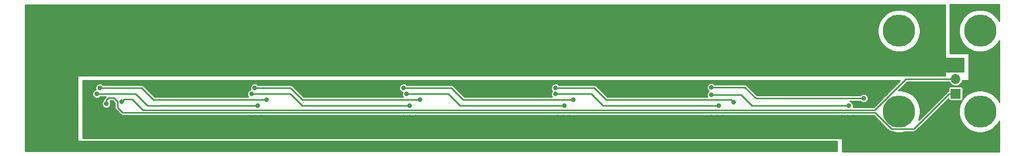
<source format=gbr>
G04 #@! TF.GenerationSoftware,KiCad,Pcbnew,(5.1.4)-1*
G04 #@! TF.CreationDate,2019-11-18T15:59:16-05:00*
G04 #@! TF.ProjectId,teh,7465682e-6b69-4636-9164-5f7063625858,rev?*
G04 #@! TF.SameCoordinates,Original*
G04 #@! TF.FileFunction,Copper,L2,Bot*
G04 #@! TF.FilePolarity,Positive*
%FSLAX46Y46*%
G04 Gerber Fmt 4.6, Leading zero omitted, Abs format (unit mm)*
G04 Created by KiCad (PCBNEW (5.1.4)-1) date 2019-11-18 15:59:16*
%MOMM*%
%LPD*%
G04 APERTURE LIST*
%ADD10C,0.800000*%
%ADD11C,5.500000*%
%ADD12R,1.700000X1.700000*%
%ADD13O,1.700000X1.700000*%
%ADD14C,0.250000*%
%ADD15C,0.254000*%
G04 APERTURE END LIST*
D10*
X231152700Y-57841000D03*
X232168700Y-57841000D03*
X233184700Y-57841000D03*
X231152700Y-58857000D03*
X232168700Y-58857000D03*
X233184700Y-58857000D03*
X231152700Y-59873000D03*
X232168700Y-59873000D03*
X233184700Y-59873000D03*
X231152700Y-60889000D03*
X232168700Y-60889000D03*
X233184700Y-60889000D03*
X208938000Y-57841000D03*
X209954000Y-57841000D03*
X210970000Y-57841000D03*
X208938000Y-58857000D03*
X209954000Y-58857000D03*
X210970000Y-58857000D03*
X208938000Y-59873000D03*
X209954000Y-59873000D03*
X210970000Y-59873000D03*
X208938000Y-60889000D03*
X209954000Y-60889000D03*
X210970000Y-60889000D03*
X182672000Y-57841000D03*
X183688000Y-57841000D03*
X184704000Y-57841000D03*
X182672000Y-58857000D03*
X183688000Y-58857000D03*
X184704000Y-58857000D03*
X182672000Y-59873000D03*
X183688000Y-59873000D03*
X184704000Y-59873000D03*
X182672000Y-60889000D03*
X183688000Y-60889000D03*
X184704000Y-60889000D03*
X156406000Y-57841000D03*
X157422000Y-57841000D03*
X158438000Y-57841000D03*
X156406000Y-58857000D03*
X157422000Y-58857000D03*
X158438000Y-58857000D03*
X156406000Y-59873000D03*
X157422000Y-59873000D03*
X158438000Y-59873000D03*
X156406000Y-60889000D03*
X157422000Y-60889000D03*
X158438000Y-60889000D03*
X103874000Y-57841000D03*
X104890000Y-57841000D03*
X105906000Y-57841000D03*
X103874000Y-58857000D03*
X104890000Y-58857000D03*
X105906000Y-58857000D03*
X103874000Y-59873000D03*
X104890000Y-59873000D03*
X105906000Y-59873000D03*
X103874000Y-60889000D03*
X104890000Y-60889000D03*
X105906000Y-60889000D03*
X130140000Y-57841000D03*
X131156000Y-57841000D03*
X132172000Y-57841000D03*
X130140000Y-58857000D03*
X131156000Y-58857000D03*
X132172000Y-58857000D03*
X130140000Y-59873000D03*
X131156000Y-59873000D03*
X132172000Y-59873000D03*
X130140000Y-60889000D03*
X131156000Y-60889000D03*
X132172000Y-60889000D03*
D11*
X254787400Y-43027600D03*
X240957100Y-43027600D03*
X240957100Y-56857900D03*
X254787400Y-56857900D03*
D12*
X250596400Y-53797200D03*
D13*
X250596400Y-51257200D03*
X250596400Y-48717200D03*
X250596400Y-46177200D03*
D10*
X105750000Y-55500000D03*
X108383356Y-55192644D03*
X224028000Y-58928000D03*
X221488000Y-58928000D03*
X218694000Y-58928000D03*
X200914000Y-59182000D03*
X197612000Y-59182000D03*
X193040000Y-59182000D03*
X173990000Y-59436000D03*
X170942000Y-59944000D03*
X168148000Y-59436000D03*
X147828000Y-59182000D03*
X144018000Y-59436000D03*
X141986000Y-58928000D03*
X120142000Y-59182000D03*
X115824000Y-58928000D03*
X117856000Y-59944000D03*
X247396000Y-59690000D03*
X248412000Y-58674000D03*
X251206000Y-59436000D03*
X131572000Y-55880000D03*
X104140000Y-53848000D03*
X133096000Y-54864000D03*
X104648000Y-52832000D03*
X159271000Y-54864000D03*
X131064000Y-52832000D03*
X157480000Y-55880000D03*
X130556000Y-53848000D03*
X185420000Y-54864000D03*
X156464000Y-52832000D03*
X183896000Y-55880000D03*
X156972000Y-53848000D03*
X210185000Y-55880000D03*
X182372000Y-53848000D03*
X212725000Y-55245000D03*
X182372000Y-52832000D03*
X208915000Y-53975000D03*
X232410000Y-55880000D03*
X234950000Y-54610000D03*
X208915000Y-52705000D03*
X128206000Y-62290000D03*
X154472000Y-62290000D03*
X180738000Y-62290000D03*
X101940000Y-62290000D03*
X207004000Y-62290000D03*
X95885000Y-45720000D03*
X120650000Y-45720000D03*
X141605000Y-45720000D03*
X106680000Y-46355000D03*
X152400000Y-46355000D03*
X163195000Y-46990000D03*
X181610000Y-45085000D03*
X193040000Y-44450000D03*
X195580000Y-45720000D03*
X212090000Y-46990000D03*
X224790000Y-45720000D03*
X233680000Y-45720000D03*
X239395000Y-46990000D03*
X202565000Y-47625000D03*
X177800000Y-48895000D03*
X168910000Y-48260000D03*
X157480000Y-48895000D03*
X138430000Y-48260000D03*
X127635000Y-46990000D03*
X132715000Y-48895000D03*
X116205000Y-48895000D03*
X102870000Y-48260000D03*
X92710000Y-48260000D03*
X229218700Y-62290000D03*
D14*
X239664901Y-59832901D02*
X236887011Y-57055011D01*
X243460699Y-59832901D02*
X239664901Y-59832901D01*
X250596400Y-53797200D02*
X249496400Y-53797200D01*
X249496400Y-53797200D02*
X243460699Y-59832901D01*
X236887011Y-57055011D02*
X109172721Y-57055011D01*
X105750000Y-54934315D02*
X106184315Y-54500000D01*
X105750000Y-55500000D02*
X105750000Y-54934315D01*
X106184315Y-54500000D02*
X107000000Y-54500000D01*
X107658355Y-55158355D02*
X107658355Y-56158355D01*
X107000000Y-54500000D02*
X107658355Y-55158355D01*
X108555011Y-57055011D02*
X109172721Y-57055011D01*
X107658355Y-56158355D02*
X108555011Y-57055011D01*
X108783355Y-54792645D02*
X110164645Y-54792645D01*
X108383356Y-55192644D02*
X108783355Y-54792645D01*
X249394319Y-51257200D02*
X250596400Y-51257200D01*
X242154798Y-51257200D02*
X249394319Y-51257200D01*
X236806997Y-56605001D02*
X242154798Y-51257200D01*
X111977001Y-56605001D02*
X236806997Y-56605001D01*
X110164645Y-54792645D02*
X111977001Y-56605001D01*
X131572000Y-55880000D02*
X112776000Y-55880000D01*
X112776000Y-55880000D02*
X110744000Y-53848000D01*
X110744000Y-53848000D02*
X104140000Y-53848000D01*
X104648000Y-52832000D02*
X111760000Y-52832000D01*
X113792000Y-54864000D02*
X133096000Y-54864000D01*
X111760000Y-52832000D02*
X113792000Y-54864000D01*
X131064000Y-52832000D02*
X137160000Y-52832000D01*
X139192000Y-54864000D02*
X159271000Y-54864000D01*
X137160000Y-52832000D02*
X139192000Y-54864000D01*
X157480000Y-55880000D02*
X139192000Y-55880000D01*
X139192000Y-55880000D02*
X137160000Y-53848000D01*
X137160000Y-53848000D02*
X130556000Y-53848000D01*
X156464000Y-52832000D02*
X164592000Y-52832000D01*
X166624000Y-54864000D02*
X185420000Y-54864000D01*
X164592000Y-52832000D02*
X166624000Y-54864000D01*
X183896000Y-55880000D02*
X166116000Y-55880000D01*
X166116000Y-55880000D02*
X164084000Y-53848000D01*
X164084000Y-53848000D02*
X156972000Y-53848000D01*
X182372000Y-53848000D02*
X188468000Y-53848000D01*
X190500000Y-55880000D02*
X210185000Y-55880000D01*
X188468000Y-53848000D02*
X190500000Y-55880000D01*
X182372000Y-52832000D02*
X188976000Y-52832000D01*
X212325001Y-54845001D02*
X212725000Y-55245000D01*
X190989001Y-54845001D02*
X212325001Y-54845001D01*
X188976000Y-52832000D02*
X190989001Y-54845001D01*
X232410000Y-55880000D02*
X215900000Y-55880000D01*
X213995000Y-53975000D02*
X208915000Y-53975000D01*
X215900000Y-55880000D02*
X213995000Y-53975000D01*
X208915000Y-52705000D02*
X214630000Y-52705000D01*
X216535000Y-54610000D02*
X234950000Y-54610000D01*
X214630000Y-52705000D02*
X216535000Y-54610000D01*
D15*
G36*
X258043000Y-41409505D02*
G01*
X258001606Y-41309571D01*
X257604675Y-40715522D01*
X257099478Y-40210325D01*
X256505429Y-39813394D01*
X255845357Y-39539983D01*
X255144628Y-39400600D01*
X254430172Y-39400600D01*
X253729443Y-39539983D01*
X253069371Y-39813394D01*
X252475322Y-40210325D01*
X251970125Y-40715522D01*
X251573194Y-41309571D01*
X251299783Y-41969643D01*
X251160400Y-42670372D01*
X251160400Y-43384828D01*
X251299783Y-44085557D01*
X251573194Y-44745629D01*
X251970125Y-45339678D01*
X252475322Y-45844875D01*
X253069371Y-46241806D01*
X253729443Y-46515217D01*
X254430172Y-46654600D01*
X255144628Y-46654600D01*
X255845357Y-46515217D01*
X256505429Y-46241806D01*
X257099478Y-45844875D01*
X257604675Y-45339678D01*
X258001606Y-44745629D01*
X258043000Y-44645695D01*
X258043001Y-55239806D01*
X258001606Y-55139871D01*
X257604675Y-54545822D01*
X257099478Y-54040625D01*
X256505429Y-53643694D01*
X255845357Y-53370283D01*
X255144628Y-53230900D01*
X254430172Y-53230900D01*
X253729443Y-53370283D01*
X253069371Y-53643694D01*
X252475322Y-54040625D01*
X251970125Y-54545822D01*
X251573194Y-55139871D01*
X251299783Y-55799943D01*
X251160400Y-56500672D01*
X251160400Y-57215128D01*
X251299783Y-57915857D01*
X251573194Y-58575929D01*
X251970125Y-59169978D01*
X252475322Y-59675175D01*
X253069371Y-60072106D01*
X253729443Y-60345517D01*
X254430172Y-60484900D01*
X255144628Y-60484900D01*
X255845357Y-60345517D01*
X256505429Y-60072106D01*
X257099478Y-59675175D01*
X257604675Y-59169978D01*
X258001606Y-58575929D01*
X258043001Y-58475993D01*
X258043001Y-63733000D01*
X231267000Y-63733000D01*
X231267000Y-61595000D01*
X231264560Y-61570224D01*
X231257333Y-61546399D01*
X231245597Y-61524443D01*
X231229803Y-61505197D01*
X231210557Y-61489403D01*
X231188601Y-61477667D01*
X231164776Y-61470440D01*
X231140000Y-61468000D01*
X101727000Y-61468000D01*
X101727000Y-51562000D01*
X241140062Y-51562000D01*
X238694495Y-54007568D01*
X238645022Y-54040625D01*
X238139825Y-54545822D01*
X238106768Y-54595296D01*
X236599063Y-56103001D01*
X233157865Y-56103001D01*
X233187000Y-55956528D01*
X233187000Y-55803472D01*
X233157141Y-55653357D01*
X233098569Y-55511952D01*
X233013536Y-55384691D01*
X232905309Y-55276464D01*
X232778048Y-55191431D01*
X232636643Y-55132859D01*
X232531775Y-55112000D01*
X234353155Y-55112000D01*
X234454691Y-55213536D01*
X234581952Y-55298569D01*
X234723357Y-55357141D01*
X234873472Y-55387000D01*
X235026528Y-55387000D01*
X235176643Y-55357141D01*
X235318048Y-55298569D01*
X235445309Y-55213536D01*
X235553536Y-55105309D01*
X235638569Y-54978048D01*
X235697141Y-54836643D01*
X235727000Y-54686528D01*
X235727000Y-54533472D01*
X235697141Y-54383357D01*
X235638569Y-54241952D01*
X235553536Y-54114691D01*
X235445309Y-54006464D01*
X235318048Y-53921431D01*
X235176643Y-53862859D01*
X235026528Y-53833000D01*
X234873472Y-53833000D01*
X234723357Y-53862859D01*
X234581952Y-53921431D01*
X234454691Y-54006464D01*
X234353155Y-54108000D01*
X216742936Y-54108000D01*
X215002401Y-52367467D01*
X214986684Y-52348316D01*
X214910245Y-52285583D01*
X214823036Y-52238969D01*
X214728409Y-52210264D01*
X214654653Y-52203000D01*
X214654643Y-52203000D01*
X214630000Y-52200573D01*
X214605357Y-52203000D01*
X209511845Y-52203000D01*
X209410309Y-52101464D01*
X209283048Y-52016431D01*
X209141643Y-51957859D01*
X208991528Y-51928000D01*
X208838472Y-51928000D01*
X208688357Y-51957859D01*
X208546952Y-52016431D01*
X208419691Y-52101464D01*
X208311464Y-52209691D01*
X208226431Y-52336952D01*
X208167859Y-52478357D01*
X208138000Y-52628472D01*
X208138000Y-52781528D01*
X208167859Y-52931643D01*
X208226431Y-53073048D01*
X208311464Y-53200309D01*
X208419691Y-53308536D01*
X208466780Y-53340000D01*
X208419691Y-53371464D01*
X208311464Y-53479691D01*
X208226431Y-53606952D01*
X208167859Y-53748357D01*
X208138000Y-53898472D01*
X208138000Y-54051528D01*
X208167859Y-54201643D01*
X208226412Y-54343001D01*
X191196936Y-54343001D01*
X189348401Y-52494467D01*
X189332684Y-52475316D01*
X189256245Y-52412583D01*
X189169036Y-52365969D01*
X189074409Y-52337264D01*
X189000653Y-52330000D01*
X189000643Y-52330000D01*
X188976000Y-52327573D01*
X188951357Y-52330000D01*
X182968845Y-52330000D01*
X182867309Y-52228464D01*
X182740048Y-52143431D01*
X182598643Y-52084859D01*
X182448528Y-52055000D01*
X182295472Y-52055000D01*
X182145357Y-52084859D01*
X182003952Y-52143431D01*
X181876691Y-52228464D01*
X181768464Y-52336691D01*
X181683431Y-52463952D01*
X181624859Y-52605357D01*
X181595000Y-52755472D01*
X181595000Y-52908528D01*
X181624859Y-53058643D01*
X181683431Y-53200048D01*
X181768464Y-53327309D01*
X181781155Y-53340000D01*
X181768464Y-53352691D01*
X181683431Y-53479952D01*
X181624859Y-53621357D01*
X181595000Y-53771472D01*
X181595000Y-53924528D01*
X181624859Y-54074643D01*
X181683431Y-54216048D01*
X181768464Y-54343309D01*
X181787155Y-54362000D01*
X166831935Y-54362000D01*
X164964402Y-52494467D01*
X164948684Y-52475316D01*
X164872245Y-52412583D01*
X164785036Y-52365969D01*
X164690409Y-52337264D01*
X164616653Y-52330000D01*
X164616643Y-52330000D01*
X164592000Y-52327573D01*
X164567357Y-52330000D01*
X157060845Y-52330000D01*
X156959309Y-52228464D01*
X156832048Y-52143431D01*
X156690643Y-52084859D01*
X156540528Y-52055000D01*
X156387472Y-52055000D01*
X156237357Y-52084859D01*
X156095952Y-52143431D01*
X155968691Y-52228464D01*
X155860464Y-52336691D01*
X155775431Y-52463952D01*
X155716859Y-52605357D01*
X155687000Y-52755472D01*
X155687000Y-52908528D01*
X155716859Y-53058643D01*
X155775431Y-53200048D01*
X155860464Y-53327309D01*
X155968691Y-53435536D01*
X156095952Y-53520569D01*
X156237357Y-53579141D01*
X156241966Y-53580058D01*
X156224859Y-53621357D01*
X156195000Y-53771472D01*
X156195000Y-53924528D01*
X156224859Y-54074643D01*
X156283431Y-54216048D01*
X156368464Y-54343309D01*
X156387155Y-54362000D01*
X139399935Y-54362000D01*
X137532402Y-52494467D01*
X137516684Y-52475316D01*
X137440245Y-52412583D01*
X137353036Y-52365969D01*
X137258409Y-52337264D01*
X137184653Y-52330000D01*
X137184643Y-52330000D01*
X137160000Y-52327573D01*
X137135357Y-52330000D01*
X131660845Y-52330000D01*
X131559309Y-52228464D01*
X131432048Y-52143431D01*
X131290643Y-52084859D01*
X131140528Y-52055000D01*
X130987472Y-52055000D01*
X130837357Y-52084859D01*
X130695952Y-52143431D01*
X130568691Y-52228464D01*
X130460464Y-52336691D01*
X130375431Y-52463952D01*
X130316859Y-52605357D01*
X130287000Y-52755472D01*
X130287000Y-52908528D01*
X130316859Y-53058643D01*
X130333966Y-53099942D01*
X130329357Y-53100859D01*
X130187952Y-53159431D01*
X130060691Y-53244464D01*
X129952464Y-53352691D01*
X129867431Y-53479952D01*
X129808859Y-53621357D01*
X129779000Y-53771472D01*
X129779000Y-53924528D01*
X129808859Y-54074643D01*
X129867431Y-54216048D01*
X129952464Y-54343309D01*
X129971155Y-54362000D01*
X113999935Y-54362000D01*
X112132402Y-52494467D01*
X112116684Y-52475316D01*
X112040245Y-52412583D01*
X111953036Y-52365969D01*
X111858409Y-52337264D01*
X111784653Y-52330000D01*
X111784643Y-52330000D01*
X111760000Y-52327573D01*
X111735357Y-52330000D01*
X105244845Y-52330000D01*
X105143309Y-52228464D01*
X105016048Y-52143431D01*
X104874643Y-52084859D01*
X104724528Y-52055000D01*
X104571472Y-52055000D01*
X104421357Y-52084859D01*
X104279952Y-52143431D01*
X104152691Y-52228464D01*
X104044464Y-52336691D01*
X103959431Y-52463952D01*
X103900859Y-52605357D01*
X103871000Y-52755472D01*
X103871000Y-52908528D01*
X103900859Y-53058643D01*
X103917966Y-53099942D01*
X103913357Y-53100859D01*
X103771952Y-53159431D01*
X103644691Y-53244464D01*
X103536464Y-53352691D01*
X103451431Y-53479952D01*
X103392859Y-53621357D01*
X103363000Y-53771472D01*
X103363000Y-53924528D01*
X103392859Y-54074643D01*
X103451431Y-54216048D01*
X103536464Y-54343309D01*
X103644691Y-54451536D01*
X103771952Y-54536569D01*
X103913357Y-54595141D01*
X104063472Y-54625000D01*
X104216528Y-54625000D01*
X104366643Y-54595141D01*
X104508048Y-54536569D01*
X104635309Y-54451536D01*
X104736845Y-54350000D01*
X105624380Y-54350000D01*
X105412463Y-54561918D01*
X105393317Y-54577631D01*
X105377604Y-54596777D01*
X105377601Y-54596780D01*
X105330584Y-54654070D01*
X105283970Y-54741279D01*
X105255265Y-54835906D01*
X105248712Y-54902443D01*
X105146464Y-55004691D01*
X105061431Y-55131952D01*
X105002859Y-55273357D01*
X104973000Y-55423472D01*
X104973000Y-55576528D01*
X105002859Y-55726643D01*
X105061431Y-55868048D01*
X105146464Y-55995309D01*
X105254691Y-56103536D01*
X105381952Y-56188569D01*
X105523357Y-56247141D01*
X105673472Y-56277000D01*
X105826528Y-56277000D01*
X105976643Y-56247141D01*
X106118048Y-56188569D01*
X106245309Y-56103536D01*
X106353536Y-55995309D01*
X106438569Y-55868048D01*
X106497141Y-55726643D01*
X106527000Y-55576528D01*
X106527000Y-55423472D01*
X106497141Y-55273357D01*
X106438569Y-55131952D01*
X106367965Y-55026285D01*
X106392250Y-55002000D01*
X106792066Y-55002000D01*
X107156355Y-55366290D01*
X107156356Y-56133702D01*
X107153928Y-56158355D01*
X107163620Y-56256764D01*
X107192325Y-56351391D01*
X107238939Y-56438600D01*
X107285956Y-56495890D01*
X107285959Y-56495893D01*
X107301672Y-56515039D01*
X107320818Y-56530752D01*
X108182614Y-57392549D01*
X108198327Y-57411695D01*
X108274766Y-57474428D01*
X108361975Y-57521042D01*
X108456602Y-57549747D01*
X108530358Y-57557011D01*
X108530367Y-57557011D01*
X108555010Y-57559438D01*
X108579653Y-57557011D01*
X236679077Y-57557011D01*
X237833308Y-58711243D01*
X238139825Y-59169978D01*
X238645022Y-59675175D01*
X239103755Y-59981690D01*
X239292508Y-60170444D01*
X239308217Y-60189585D01*
X239327357Y-60205293D01*
X239327365Y-60205301D01*
X239384655Y-60252318D01*
X239431269Y-60277233D01*
X239471865Y-60298932D01*
X239566492Y-60327637D01*
X239640248Y-60334901D01*
X239640258Y-60334901D01*
X239664901Y-60337328D01*
X239689544Y-60334901D01*
X239873514Y-60334901D01*
X239899143Y-60345517D01*
X240599872Y-60484900D01*
X241314328Y-60484900D01*
X242015057Y-60345517D01*
X242040686Y-60334901D01*
X243436056Y-60334901D01*
X243460699Y-60337328D01*
X243485342Y-60334901D01*
X243485352Y-60334901D01*
X243559108Y-60327637D01*
X243653735Y-60298932D01*
X243740944Y-60252318D01*
X243817383Y-60189585D01*
X243833101Y-60170433D01*
X249367576Y-54635959D01*
X249367576Y-54647200D01*
X249374855Y-54721105D01*
X249396412Y-54792170D01*
X249431419Y-54857663D01*
X249478531Y-54915069D01*
X249535937Y-54962181D01*
X249601430Y-54997188D01*
X249672495Y-55018745D01*
X249746400Y-55026024D01*
X251446400Y-55026024D01*
X251520305Y-55018745D01*
X251591370Y-54997188D01*
X251656863Y-54962181D01*
X251714269Y-54915069D01*
X251761381Y-54857663D01*
X251796388Y-54792170D01*
X251817945Y-54721105D01*
X251825224Y-54647200D01*
X251825224Y-52947200D01*
X251817945Y-52873295D01*
X251796388Y-52802230D01*
X251761381Y-52736737D01*
X251714269Y-52679331D01*
X251656863Y-52632219D01*
X251591370Y-52597212D01*
X251520305Y-52575655D01*
X251446400Y-52568376D01*
X249746400Y-52568376D01*
X249672495Y-52575655D01*
X249601430Y-52597212D01*
X249535937Y-52632219D01*
X249478531Y-52679331D01*
X249431419Y-52736737D01*
X249396412Y-52802230D01*
X249374855Y-52873295D01*
X249367576Y-52947200D01*
X249367576Y-53311690D01*
X249303364Y-53331169D01*
X249216155Y-53377783D01*
X249139716Y-53440516D01*
X249124003Y-53459662D01*
X244286967Y-58296699D01*
X244444717Y-57915857D01*
X244584100Y-57215128D01*
X244584100Y-56500672D01*
X244444717Y-55799943D01*
X244171306Y-55139871D01*
X243774375Y-54545822D01*
X243269178Y-54040625D01*
X242675129Y-53643694D01*
X242015057Y-53370283D01*
X241314328Y-53230900D01*
X240891033Y-53230900D01*
X242362734Y-51759200D01*
X249473445Y-51759200D01*
X249571251Y-51942183D01*
X249724583Y-52129017D01*
X249911417Y-52282349D01*
X250124576Y-52396284D01*
X250355866Y-52466445D01*
X250536132Y-52484200D01*
X250656668Y-52484200D01*
X250836934Y-52466445D01*
X251068224Y-52396284D01*
X251281383Y-52282349D01*
X251468217Y-52129017D01*
X251621549Y-51942183D01*
X251735484Y-51729024D01*
X251786150Y-51562000D01*
X252730000Y-51562000D01*
X252754776Y-51559560D01*
X252778601Y-51552333D01*
X252800557Y-51540597D01*
X252819803Y-51524803D01*
X252835597Y-51505557D01*
X252847333Y-51483601D01*
X252854560Y-51459776D01*
X252857000Y-51435000D01*
X252857000Y-46990000D01*
X252854560Y-46965224D01*
X252847333Y-46941399D01*
X252835597Y-46919443D01*
X252819803Y-46900197D01*
X252800557Y-46884403D01*
X252778601Y-46872667D01*
X252754776Y-46865440D01*
X252730000Y-46863000D01*
X249682000Y-46863000D01*
X249682000Y-38502000D01*
X258043000Y-38502000D01*
X258043000Y-41409505D01*
X258043000Y-41409505D01*
G37*
X258043000Y-41409505D02*
X258001606Y-41309571D01*
X257604675Y-40715522D01*
X257099478Y-40210325D01*
X256505429Y-39813394D01*
X255845357Y-39539983D01*
X255144628Y-39400600D01*
X254430172Y-39400600D01*
X253729443Y-39539983D01*
X253069371Y-39813394D01*
X252475322Y-40210325D01*
X251970125Y-40715522D01*
X251573194Y-41309571D01*
X251299783Y-41969643D01*
X251160400Y-42670372D01*
X251160400Y-43384828D01*
X251299783Y-44085557D01*
X251573194Y-44745629D01*
X251970125Y-45339678D01*
X252475322Y-45844875D01*
X253069371Y-46241806D01*
X253729443Y-46515217D01*
X254430172Y-46654600D01*
X255144628Y-46654600D01*
X255845357Y-46515217D01*
X256505429Y-46241806D01*
X257099478Y-45844875D01*
X257604675Y-45339678D01*
X258001606Y-44745629D01*
X258043000Y-44645695D01*
X258043001Y-55239806D01*
X258001606Y-55139871D01*
X257604675Y-54545822D01*
X257099478Y-54040625D01*
X256505429Y-53643694D01*
X255845357Y-53370283D01*
X255144628Y-53230900D01*
X254430172Y-53230900D01*
X253729443Y-53370283D01*
X253069371Y-53643694D01*
X252475322Y-54040625D01*
X251970125Y-54545822D01*
X251573194Y-55139871D01*
X251299783Y-55799943D01*
X251160400Y-56500672D01*
X251160400Y-57215128D01*
X251299783Y-57915857D01*
X251573194Y-58575929D01*
X251970125Y-59169978D01*
X252475322Y-59675175D01*
X253069371Y-60072106D01*
X253729443Y-60345517D01*
X254430172Y-60484900D01*
X255144628Y-60484900D01*
X255845357Y-60345517D01*
X256505429Y-60072106D01*
X257099478Y-59675175D01*
X257604675Y-59169978D01*
X258001606Y-58575929D01*
X258043001Y-58475993D01*
X258043001Y-63733000D01*
X231267000Y-63733000D01*
X231267000Y-61595000D01*
X231264560Y-61570224D01*
X231257333Y-61546399D01*
X231245597Y-61524443D01*
X231229803Y-61505197D01*
X231210557Y-61489403D01*
X231188601Y-61477667D01*
X231164776Y-61470440D01*
X231140000Y-61468000D01*
X101727000Y-61468000D01*
X101727000Y-51562000D01*
X241140062Y-51562000D01*
X238694495Y-54007568D01*
X238645022Y-54040625D01*
X238139825Y-54545822D01*
X238106768Y-54595296D01*
X236599063Y-56103001D01*
X233157865Y-56103001D01*
X233187000Y-55956528D01*
X233187000Y-55803472D01*
X233157141Y-55653357D01*
X233098569Y-55511952D01*
X233013536Y-55384691D01*
X232905309Y-55276464D01*
X232778048Y-55191431D01*
X232636643Y-55132859D01*
X232531775Y-55112000D01*
X234353155Y-55112000D01*
X234454691Y-55213536D01*
X234581952Y-55298569D01*
X234723357Y-55357141D01*
X234873472Y-55387000D01*
X235026528Y-55387000D01*
X235176643Y-55357141D01*
X235318048Y-55298569D01*
X235445309Y-55213536D01*
X235553536Y-55105309D01*
X235638569Y-54978048D01*
X235697141Y-54836643D01*
X235727000Y-54686528D01*
X235727000Y-54533472D01*
X235697141Y-54383357D01*
X235638569Y-54241952D01*
X235553536Y-54114691D01*
X235445309Y-54006464D01*
X235318048Y-53921431D01*
X235176643Y-53862859D01*
X235026528Y-53833000D01*
X234873472Y-53833000D01*
X234723357Y-53862859D01*
X234581952Y-53921431D01*
X234454691Y-54006464D01*
X234353155Y-54108000D01*
X216742936Y-54108000D01*
X215002401Y-52367467D01*
X214986684Y-52348316D01*
X214910245Y-52285583D01*
X214823036Y-52238969D01*
X214728409Y-52210264D01*
X214654653Y-52203000D01*
X214654643Y-52203000D01*
X214630000Y-52200573D01*
X214605357Y-52203000D01*
X209511845Y-52203000D01*
X209410309Y-52101464D01*
X209283048Y-52016431D01*
X209141643Y-51957859D01*
X208991528Y-51928000D01*
X208838472Y-51928000D01*
X208688357Y-51957859D01*
X208546952Y-52016431D01*
X208419691Y-52101464D01*
X208311464Y-52209691D01*
X208226431Y-52336952D01*
X208167859Y-52478357D01*
X208138000Y-52628472D01*
X208138000Y-52781528D01*
X208167859Y-52931643D01*
X208226431Y-53073048D01*
X208311464Y-53200309D01*
X208419691Y-53308536D01*
X208466780Y-53340000D01*
X208419691Y-53371464D01*
X208311464Y-53479691D01*
X208226431Y-53606952D01*
X208167859Y-53748357D01*
X208138000Y-53898472D01*
X208138000Y-54051528D01*
X208167859Y-54201643D01*
X208226412Y-54343001D01*
X191196936Y-54343001D01*
X189348401Y-52494467D01*
X189332684Y-52475316D01*
X189256245Y-52412583D01*
X189169036Y-52365969D01*
X189074409Y-52337264D01*
X189000653Y-52330000D01*
X189000643Y-52330000D01*
X188976000Y-52327573D01*
X188951357Y-52330000D01*
X182968845Y-52330000D01*
X182867309Y-52228464D01*
X182740048Y-52143431D01*
X182598643Y-52084859D01*
X182448528Y-52055000D01*
X182295472Y-52055000D01*
X182145357Y-52084859D01*
X182003952Y-52143431D01*
X181876691Y-52228464D01*
X181768464Y-52336691D01*
X181683431Y-52463952D01*
X181624859Y-52605357D01*
X181595000Y-52755472D01*
X181595000Y-52908528D01*
X181624859Y-53058643D01*
X181683431Y-53200048D01*
X181768464Y-53327309D01*
X181781155Y-53340000D01*
X181768464Y-53352691D01*
X181683431Y-53479952D01*
X181624859Y-53621357D01*
X181595000Y-53771472D01*
X181595000Y-53924528D01*
X181624859Y-54074643D01*
X181683431Y-54216048D01*
X181768464Y-54343309D01*
X181787155Y-54362000D01*
X166831935Y-54362000D01*
X164964402Y-52494467D01*
X164948684Y-52475316D01*
X164872245Y-52412583D01*
X164785036Y-52365969D01*
X164690409Y-52337264D01*
X164616653Y-52330000D01*
X164616643Y-52330000D01*
X164592000Y-52327573D01*
X164567357Y-52330000D01*
X157060845Y-52330000D01*
X156959309Y-52228464D01*
X156832048Y-52143431D01*
X156690643Y-52084859D01*
X156540528Y-52055000D01*
X156387472Y-52055000D01*
X156237357Y-52084859D01*
X156095952Y-52143431D01*
X155968691Y-52228464D01*
X155860464Y-52336691D01*
X155775431Y-52463952D01*
X155716859Y-52605357D01*
X155687000Y-52755472D01*
X155687000Y-52908528D01*
X155716859Y-53058643D01*
X155775431Y-53200048D01*
X155860464Y-53327309D01*
X155968691Y-53435536D01*
X156095952Y-53520569D01*
X156237357Y-53579141D01*
X156241966Y-53580058D01*
X156224859Y-53621357D01*
X156195000Y-53771472D01*
X156195000Y-53924528D01*
X156224859Y-54074643D01*
X156283431Y-54216048D01*
X156368464Y-54343309D01*
X156387155Y-54362000D01*
X139399935Y-54362000D01*
X137532402Y-52494467D01*
X137516684Y-52475316D01*
X137440245Y-52412583D01*
X137353036Y-52365969D01*
X137258409Y-52337264D01*
X137184653Y-52330000D01*
X137184643Y-52330000D01*
X137160000Y-52327573D01*
X137135357Y-52330000D01*
X131660845Y-52330000D01*
X131559309Y-52228464D01*
X131432048Y-52143431D01*
X131290643Y-52084859D01*
X131140528Y-52055000D01*
X130987472Y-52055000D01*
X130837357Y-52084859D01*
X130695952Y-52143431D01*
X130568691Y-52228464D01*
X130460464Y-52336691D01*
X130375431Y-52463952D01*
X130316859Y-52605357D01*
X130287000Y-52755472D01*
X130287000Y-52908528D01*
X130316859Y-53058643D01*
X130333966Y-53099942D01*
X130329357Y-53100859D01*
X130187952Y-53159431D01*
X130060691Y-53244464D01*
X129952464Y-53352691D01*
X129867431Y-53479952D01*
X129808859Y-53621357D01*
X129779000Y-53771472D01*
X129779000Y-53924528D01*
X129808859Y-54074643D01*
X129867431Y-54216048D01*
X129952464Y-54343309D01*
X129971155Y-54362000D01*
X113999935Y-54362000D01*
X112132402Y-52494467D01*
X112116684Y-52475316D01*
X112040245Y-52412583D01*
X111953036Y-52365969D01*
X111858409Y-52337264D01*
X111784653Y-52330000D01*
X111784643Y-52330000D01*
X111760000Y-52327573D01*
X111735357Y-52330000D01*
X105244845Y-52330000D01*
X105143309Y-52228464D01*
X105016048Y-52143431D01*
X104874643Y-52084859D01*
X104724528Y-52055000D01*
X104571472Y-52055000D01*
X104421357Y-52084859D01*
X104279952Y-52143431D01*
X104152691Y-52228464D01*
X104044464Y-52336691D01*
X103959431Y-52463952D01*
X103900859Y-52605357D01*
X103871000Y-52755472D01*
X103871000Y-52908528D01*
X103900859Y-53058643D01*
X103917966Y-53099942D01*
X103913357Y-53100859D01*
X103771952Y-53159431D01*
X103644691Y-53244464D01*
X103536464Y-53352691D01*
X103451431Y-53479952D01*
X103392859Y-53621357D01*
X103363000Y-53771472D01*
X103363000Y-53924528D01*
X103392859Y-54074643D01*
X103451431Y-54216048D01*
X103536464Y-54343309D01*
X103644691Y-54451536D01*
X103771952Y-54536569D01*
X103913357Y-54595141D01*
X104063472Y-54625000D01*
X104216528Y-54625000D01*
X104366643Y-54595141D01*
X104508048Y-54536569D01*
X104635309Y-54451536D01*
X104736845Y-54350000D01*
X105624380Y-54350000D01*
X105412463Y-54561918D01*
X105393317Y-54577631D01*
X105377604Y-54596777D01*
X105377601Y-54596780D01*
X105330584Y-54654070D01*
X105283970Y-54741279D01*
X105255265Y-54835906D01*
X105248712Y-54902443D01*
X105146464Y-55004691D01*
X105061431Y-55131952D01*
X105002859Y-55273357D01*
X104973000Y-55423472D01*
X104973000Y-55576528D01*
X105002859Y-55726643D01*
X105061431Y-55868048D01*
X105146464Y-55995309D01*
X105254691Y-56103536D01*
X105381952Y-56188569D01*
X105523357Y-56247141D01*
X105673472Y-56277000D01*
X105826528Y-56277000D01*
X105976643Y-56247141D01*
X106118048Y-56188569D01*
X106245309Y-56103536D01*
X106353536Y-55995309D01*
X106438569Y-55868048D01*
X106497141Y-55726643D01*
X106527000Y-55576528D01*
X106527000Y-55423472D01*
X106497141Y-55273357D01*
X106438569Y-55131952D01*
X106367965Y-55026285D01*
X106392250Y-55002000D01*
X106792066Y-55002000D01*
X107156355Y-55366290D01*
X107156356Y-56133702D01*
X107153928Y-56158355D01*
X107163620Y-56256764D01*
X107192325Y-56351391D01*
X107238939Y-56438600D01*
X107285956Y-56495890D01*
X107285959Y-56495893D01*
X107301672Y-56515039D01*
X107320818Y-56530752D01*
X108182614Y-57392549D01*
X108198327Y-57411695D01*
X108274766Y-57474428D01*
X108361975Y-57521042D01*
X108456602Y-57549747D01*
X108530358Y-57557011D01*
X108530367Y-57557011D01*
X108555010Y-57559438D01*
X108579653Y-57557011D01*
X236679077Y-57557011D01*
X237833308Y-58711243D01*
X238139825Y-59169978D01*
X238645022Y-59675175D01*
X239103755Y-59981690D01*
X239292508Y-60170444D01*
X239308217Y-60189585D01*
X239327357Y-60205293D01*
X239327365Y-60205301D01*
X239384655Y-60252318D01*
X239431269Y-60277233D01*
X239471865Y-60298932D01*
X239566492Y-60327637D01*
X239640248Y-60334901D01*
X239640258Y-60334901D01*
X239664901Y-60337328D01*
X239689544Y-60334901D01*
X239873514Y-60334901D01*
X239899143Y-60345517D01*
X240599872Y-60484900D01*
X241314328Y-60484900D01*
X242015057Y-60345517D01*
X242040686Y-60334901D01*
X243436056Y-60334901D01*
X243460699Y-60337328D01*
X243485342Y-60334901D01*
X243485352Y-60334901D01*
X243559108Y-60327637D01*
X243653735Y-60298932D01*
X243740944Y-60252318D01*
X243817383Y-60189585D01*
X243833101Y-60170433D01*
X249367576Y-54635959D01*
X249367576Y-54647200D01*
X249374855Y-54721105D01*
X249396412Y-54792170D01*
X249431419Y-54857663D01*
X249478531Y-54915069D01*
X249535937Y-54962181D01*
X249601430Y-54997188D01*
X249672495Y-55018745D01*
X249746400Y-55026024D01*
X251446400Y-55026024D01*
X251520305Y-55018745D01*
X251591370Y-54997188D01*
X251656863Y-54962181D01*
X251714269Y-54915069D01*
X251761381Y-54857663D01*
X251796388Y-54792170D01*
X251817945Y-54721105D01*
X251825224Y-54647200D01*
X251825224Y-52947200D01*
X251817945Y-52873295D01*
X251796388Y-52802230D01*
X251761381Y-52736737D01*
X251714269Y-52679331D01*
X251656863Y-52632219D01*
X251591370Y-52597212D01*
X251520305Y-52575655D01*
X251446400Y-52568376D01*
X249746400Y-52568376D01*
X249672495Y-52575655D01*
X249601430Y-52597212D01*
X249535937Y-52632219D01*
X249478531Y-52679331D01*
X249431419Y-52736737D01*
X249396412Y-52802230D01*
X249374855Y-52873295D01*
X249367576Y-52947200D01*
X249367576Y-53311690D01*
X249303364Y-53331169D01*
X249216155Y-53377783D01*
X249139716Y-53440516D01*
X249124003Y-53459662D01*
X244286967Y-58296699D01*
X244444717Y-57915857D01*
X244584100Y-57215128D01*
X244584100Y-56500672D01*
X244444717Y-55799943D01*
X244171306Y-55139871D01*
X243774375Y-54545822D01*
X243269178Y-54040625D01*
X242675129Y-53643694D01*
X242015057Y-53370283D01*
X241314328Y-53230900D01*
X240891033Y-53230900D01*
X242362734Y-51759200D01*
X249473445Y-51759200D01*
X249571251Y-51942183D01*
X249724583Y-52129017D01*
X249911417Y-52282349D01*
X250124576Y-52396284D01*
X250355866Y-52466445D01*
X250536132Y-52484200D01*
X250656668Y-52484200D01*
X250836934Y-52466445D01*
X251068224Y-52396284D01*
X251281383Y-52282349D01*
X251468217Y-52129017D01*
X251621549Y-51942183D01*
X251735484Y-51729024D01*
X251786150Y-51562000D01*
X252730000Y-51562000D01*
X252754776Y-51559560D01*
X252778601Y-51552333D01*
X252800557Y-51540597D01*
X252819803Y-51524803D01*
X252835597Y-51505557D01*
X252847333Y-51483601D01*
X252854560Y-51459776D01*
X252857000Y-51435000D01*
X252857000Y-46990000D01*
X252854560Y-46965224D01*
X252847333Y-46941399D01*
X252835597Y-46919443D01*
X252819803Y-46900197D01*
X252800557Y-46884403D01*
X252778601Y-46872667D01*
X252754776Y-46865440D01*
X252730000Y-46863000D01*
X249682000Y-46863000D01*
X249682000Y-38502000D01*
X258043000Y-38502000D01*
X258043000Y-41409505D01*
G36*
X248793000Y-47621663D02*
G01*
X248795440Y-47646439D01*
X248802667Y-47670264D01*
X248814403Y-47692220D01*
X248830197Y-47711466D01*
X248849443Y-47727260D01*
X248871399Y-47738996D01*
X248895224Y-47746223D01*
X248920000Y-47748663D01*
X251968000Y-47748663D01*
X251968000Y-50034663D01*
X250965363Y-50034663D01*
X250846736Y-49998678D01*
X250659126Y-49980200D01*
X250533674Y-49980200D01*
X250346064Y-49998678D01*
X250227437Y-50034663D01*
X248920000Y-50034663D01*
X248895224Y-50037103D01*
X248871399Y-50044330D01*
X248849443Y-50056066D01*
X248830197Y-50071860D01*
X248814403Y-50091106D01*
X248802667Y-50113062D01*
X248795440Y-50136887D01*
X248793000Y-50161663D01*
X248793000Y-50669663D01*
X100965000Y-50669663D01*
X100940224Y-50672103D01*
X100916399Y-50679330D01*
X100894443Y-50691066D01*
X100875197Y-50706860D01*
X100859403Y-50726106D01*
X100847667Y-50748062D01*
X100840440Y-50771887D01*
X100838000Y-50796663D01*
X100838000Y-61849000D01*
X100840440Y-61873776D01*
X100847667Y-61897601D01*
X100859403Y-61919557D01*
X100875197Y-61938803D01*
X100894443Y-61954597D01*
X100916399Y-61966333D01*
X100940224Y-61973560D01*
X100965000Y-61976000D01*
X230378000Y-61976000D01*
X230378000Y-63683000D01*
X91892000Y-63683000D01*
X91892000Y-42670372D01*
X237330100Y-42670372D01*
X237330100Y-43384828D01*
X237469483Y-44085557D01*
X237742894Y-44745629D01*
X238139825Y-45339678D01*
X238645022Y-45844875D01*
X239239071Y-46241806D01*
X239899143Y-46515217D01*
X240599872Y-46654600D01*
X241314328Y-46654600D01*
X242015057Y-46515217D01*
X242675129Y-46241806D01*
X243269178Y-45844875D01*
X243774375Y-45339678D01*
X244171306Y-44745629D01*
X244444717Y-44085557D01*
X244584100Y-43384828D01*
X244584100Y-42670372D01*
X244444717Y-41969643D01*
X244171306Y-41309571D01*
X243774375Y-40715522D01*
X243269178Y-40210325D01*
X242675129Y-39813394D01*
X242015057Y-39539983D01*
X241314328Y-39400600D01*
X240599872Y-39400600D01*
X239899143Y-39539983D01*
X239239071Y-39813394D01*
X238645022Y-40210325D01*
X238139825Y-40715522D01*
X237742894Y-41309571D01*
X237469483Y-41969643D01*
X237330100Y-42670372D01*
X91892000Y-42670372D01*
X91892000Y-38552000D01*
X248793000Y-38552000D01*
X248793000Y-47621663D01*
X248793000Y-47621663D01*
G37*
X248793000Y-47621663D02*
X248795440Y-47646439D01*
X248802667Y-47670264D01*
X248814403Y-47692220D01*
X248830197Y-47711466D01*
X248849443Y-47727260D01*
X248871399Y-47738996D01*
X248895224Y-47746223D01*
X248920000Y-47748663D01*
X251968000Y-47748663D01*
X251968000Y-50034663D01*
X250965363Y-50034663D01*
X250846736Y-49998678D01*
X250659126Y-49980200D01*
X250533674Y-49980200D01*
X250346064Y-49998678D01*
X250227437Y-50034663D01*
X248920000Y-50034663D01*
X248895224Y-50037103D01*
X248871399Y-50044330D01*
X248849443Y-50056066D01*
X248830197Y-50071860D01*
X248814403Y-50091106D01*
X248802667Y-50113062D01*
X248795440Y-50136887D01*
X248793000Y-50161663D01*
X248793000Y-50669663D01*
X100965000Y-50669663D01*
X100940224Y-50672103D01*
X100916399Y-50679330D01*
X100894443Y-50691066D01*
X100875197Y-50706860D01*
X100859403Y-50726106D01*
X100847667Y-50748062D01*
X100840440Y-50771887D01*
X100838000Y-50796663D01*
X100838000Y-61849000D01*
X100840440Y-61873776D01*
X100847667Y-61897601D01*
X100859403Y-61919557D01*
X100875197Y-61938803D01*
X100894443Y-61954597D01*
X100916399Y-61966333D01*
X100940224Y-61973560D01*
X100965000Y-61976000D01*
X230378000Y-61976000D01*
X230378000Y-63683000D01*
X91892000Y-63683000D01*
X91892000Y-42670372D01*
X237330100Y-42670372D01*
X237330100Y-43384828D01*
X237469483Y-44085557D01*
X237742894Y-44745629D01*
X238139825Y-45339678D01*
X238645022Y-45844875D01*
X239239071Y-46241806D01*
X239899143Y-46515217D01*
X240599872Y-46654600D01*
X241314328Y-46654600D01*
X242015057Y-46515217D01*
X242675129Y-46241806D01*
X243269178Y-45844875D01*
X243774375Y-45339678D01*
X244171306Y-44745629D01*
X244444717Y-44085557D01*
X244584100Y-43384828D01*
X244584100Y-42670372D01*
X244444717Y-41969643D01*
X244171306Y-41309571D01*
X243774375Y-40715522D01*
X243269178Y-40210325D01*
X242675129Y-39813394D01*
X242015057Y-39539983D01*
X241314328Y-39400600D01*
X240599872Y-39400600D01*
X239899143Y-39539983D01*
X239239071Y-39813394D01*
X238645022Y-40210325D01*
X238139825Y-40715522D01*
X237742894Y-41309571D01*
X237469483Y-41969643D01*
X237330100Y-42670372D01*
X91892000Y-42670372D01*
X91892000Y-38552000D01*
X248793000Y-38552000D01*
X248793000Y-47621663D01*
M02*

</source>
